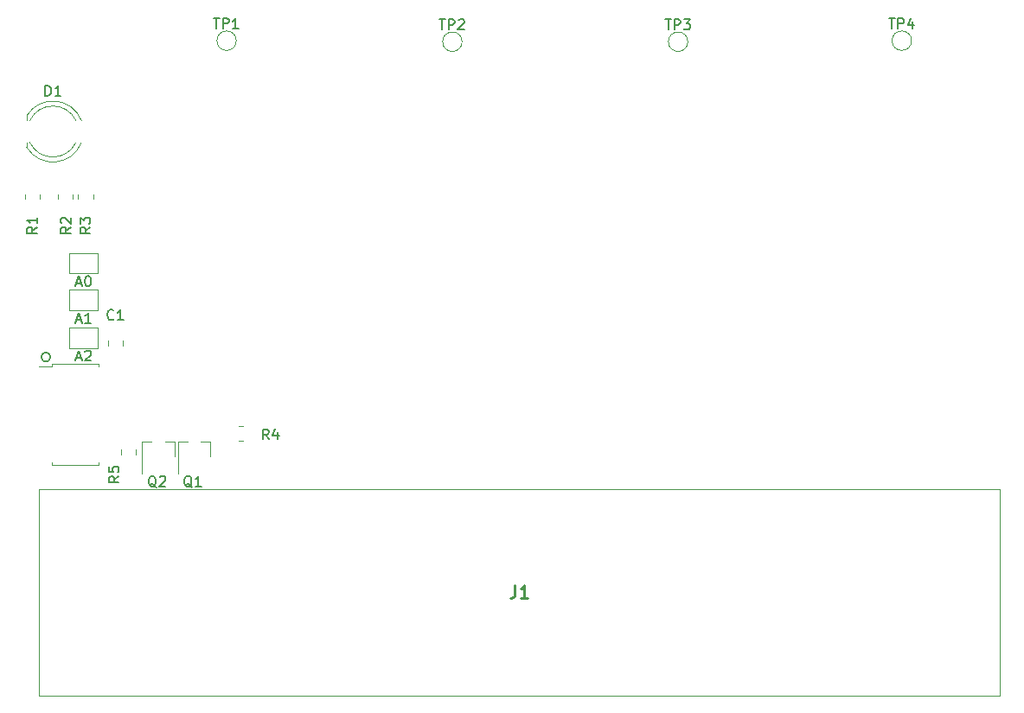
<source format=gbr>
%TF.GenerationSoftware,KiCad,Pcbnew,7.0.7*%
%TF.CreationDate,2024-06-20T17:34:35-04:00*%
%TF.ProjectId,Thruster_Control_Card,54687275-7374-4657-925f-436f6e74726f,rev?*%
%TF.SameCoordinates,Original*%
%TF.FileFunction,Legend,Top*%
%TF.FilePolarity,Positive*%
%FSLAX46Y46*%
G04 Gerber Fmt 4.6, Leading zero omitted, Abs format (unit mm)*
G04 Created by KiCad (PCBNEW 7.0.7) date 2024-06-20 17:34:35*
%MOMM*%
%LPD*%
G01*
G04 APERTURE LIST*
%ADD10C,0.150000*%
%ADD11C,0.254000*%
%ADD12C,0.120000*%
%ADD13C,0.100000*%
G04 APERTURE END LIST*
D10*
X154247214Y-84400000D02*
G75*
G03*
X154247214Y-84400000I-447214J0D01*
G01*
X160954819Y-96066666D02*
X160478628Y-96399999D01*
X160954819Y-96638094D02*
X159954819Y-96638094D01*
X159954819Y-96638094D02*
X159954819Y-96257142D01*
X159954819Y-96257142D02*
X160002438Y-96161904D01*
X160002438Y-96161904D02*
X160050057Y-96114285D01*
X160050057Y-96114285D02*
X160145295Y-96066666D01*
X160145295Y-96066666D02*
X160288152Y-96066666D01*
X160288152Y-96066666D02*
X160383390Y-96114285D01*
X160383390Y-96114285D02*
X160431009Y-96161904D01*
X160431009Y-96161904D02*
X160478628Y-96257142D01*
X160478628Y-96257142D02*
X160478628Y-96638094D01*
X159954819Y-95161904D02*
X159954819Y-95638094D01*
X159954819Y-95638094D02*
X160431009Y-95685713D01*
X160431009Y-95685713D02*
X160383390Y-95638094D01*
X160383390Y-95638094D02*
X160335771Y-95542856D01*
X160335771Y-95542856D02*
X160335771Y-95304761D01*
X160335771Y-95304761D02*
X160383390Y-95209523D01*
X160383390Y-95209523D02*
X160431009Y-95161904D01*
X160431009Y-95161904D02*
X160526247Y-95114285D01*
X160526247Y-95114285D02*
X160764342Y-95114285D01*
X160764342Y-95114285D02*
X160859580Y-95161904D01*
X160859580Y-95161904D02*
X160907200Y-95209523D01*
X160907200Y-95209523D02*
X160954819Y-95304761D01*
X160954819Y-95304761D02*
X160954819Y-95542856D01*
X160954819Y-95542856D02*
X160907200Y-95638094D01*
X160907200Y-95638094D02*
X160859580Y-95685713D01*
X164604761Y-97150057D02*
X164509523Y-97102438D01*
X164509523Y-97102438D02*
X164414285Y-97007200D01*
X164414285Y-97007200D02*
X164271428Y-96864342D01*
X164271428Y-96864342D02*
X164176190Y-96816723D01*
X164176190Y-96816723D02*
X164080952Y-96816723D01*
X164128571Y-97054819D02*
X164033333Y-97007200D01*
X164033333Y-97007200D02*
X163938095Y-96911961D01*
X163938095Y-96911961D02*
X163890476Y-96721485D01*
X163890476Y-96721485D02*
X163890476Y-96388152D01*
X163890476Y-96388152D02*
X163938095Y-96197676D01*
X163938095Y-96197676D02*
X164033333Y-96102438D01*
X164033333Y-96102438D02*
X164128571Y-96054819D01*
X164128571Y-96054819D02*
X164319047Y-96054819D01*
X164319047Y-96054819D02*
X164414285Y-96102438D01*
X164414285Y-96102438D02*
X164509523Y-96197676D01*
X164509523Y-96197676D02*
X164557142Y-96388152D01*
X164557142Y-96388152D02*
X164557142Y-96721485D01*
X164557142Y-96721485D02*
X164509523Y-96911961D01*
X164509523Y-96911961D02*
X164414285Y-97007200D01*
X164414285Y-97007200D02*
X164319047Y-97054819D01*
X164319047Y-97054819D02*
X164128571Y-97054819D01*
X164938095Y-96150057D02*
X164985714Y-96102438D01*
X164985714Y-96102438D02*
X165080952Y-96054819D01*
X165080952Y-96054819D02*
X165319047Y-96054819D01*
X165319047Y-96054819D02*
X165414285Y-96102438D01*
X165414285Y-96102438D02*
X165461904Y-96150057D01*
X165461904Y-96150057D02*
X165509523Y-96245295D01*
X165509523Y-96245295D02*
X165509523Y-96340533D01*
X165509523Y-96340533D02*
X165461904Y-96483390D01*
X165461904Y-96483390D02*
X164890476Y-97054819D01*
X164890476Y-97054819D02*
X165509523Y-97054819D01*
X156785714Y-84469104D02*
X157261904Y-84469104D01*
X156690476Y-84754819D02*
X157023809Y-83754819D01*
X157023809Y-83754819D02*
X157357142Y-84754819D01*
X157642857Y-83850057D02*
X157690476Y-83802438D01*
X157690476Y-83802438D02*
X157785714Y-83754819D01*
X157785714Y-83754819D02*
X158023809Y-83754819D01*
X158023809Y-83754819D02*
X158119047Y-83802438D01*
X158119047Y-83802438D02*
X158166666Y-83850057D01*
X158166666Y-83850057D02*
X158214285Y-83945295D01*
X158214285Y-83945295D02*
X158214285Y-84040533D01*
X158214285Y-84040533D02*
X158166666Y-84183390D01*
X158166666Y-84183390D02*
X157595238Y-84754819D01*
X157595238Y-84754819D02*
X158214285Y-84754819D01*
D11*
X199728667Y-106751318D02*
X199728667Y-107658461D01*
X199728667Y-107658461D02*
X199668190Y-107839889D01*
X199668190Y-107839889D02*
X199547238Y-107960842D01*
X199547238Y-107960842D02*
X199365809Y-108021318D01*
X199365809Y-108021318D02*
X199244857Y-108021318D01*
X200998667Y-108021318D02*
X200272952Y-108021318D01*
X200635809Y-108021318D02*
X200635809Y-106751318D01*
X200635809Y-106751318D02*
X200514857Y-106932746D01*
X200514857Y-106932746D02*
X200393905Y-107053699D01*
X200393905Y-107053699D02*
X200272952Y-107114175D01*
D10*
X156785714Y-80769104D02*
X157261904Y-80769104D01*
X156690476Y-81054819D02*
X157023809Y-80054819D01*
X157023809Y-80054819D02*
X157357142Y-81054819D01*
X158214285Y-81054819D02*
X157642857Y-81054819D01*
X157928571Y-81054819D02*
X157928571Y-80054819D01*
X157928571Y-80054819D02*
X157833333Y-80197676D01*
X157833333Y-80197676D02*
X157738095Y-80292914D01*
X157738095Y-80292914D02*
X157642857Y-80340533D01*
X168104761Y-97150057D02*
X168009523Y-97102438D01*
X168009523Y-97102438D02*
X167914285Y-97007200D01*
X167914285Y-97007200D02*
X167771428Y-96864342D01*
X167771428Y-96864342D02*
X167676190Y-96816723D01*
X167676190Y-96816723D02*
X167580952Y-96816723D01*
X167628571Y-97054819D02*
X167533333Y-97007200D01*
X167533333Y-97007200D02*
X167438095Y-96911961D01*
X167438095Y-96911961D02*
X167390476Y-96721485D01*
X167390476Y-96721485D02*
X167390476Y-96388152D01*
X167390476Y-96388152D02*
X167438095Y-96197676D01*
X167438095Y-96197676D02*
X167533333Y-96102438D01*
X167533333Y-96102438D02*
X167628571Y-96054819D01*
X167628571Y-96054819D02*
X167819047Y-96054819D01*
X167819047Y-96054819D02*
X167914285Y-96102438D01*
X167914285Y-96102438D02*
X168009523Y-96197676D01*
X168009523Y-96197676D02*
X168057142Y-96388152D01*
X168057142Y-96388152D02*
X168057142Y-96721485D01*
X168057142Y-96721485D02*
X168009523Y-96911961D01*
X168009523Y-96911961D02*
X167914285Y-97007200D01*
X167914285Y-97007200D02*
X167819047Y-97054819D01*
X167819047Y-97054819D02*
X167628571Y-97054819D01*
X169009523Y-97054819D02*
X168438095Y-97054819D01*
X168723809Y-97054819D02*
X168723809Y-96054819D01*
X168723809Y-96054819D02*
X168628571Y-96197676D01*
X168628571Y-96197676D02*
X168533333Y-96292914D01*
X168533333Y-96292914D02*
X168438095Y-96340533D01*
X156254819Y-71666666D02*
X155778628Y-71999999D01*
X156254819Y-72238094D02*
X155254819Y-72238094D01*
X155254819Y-72238094D02*
X155254819Y-71857142D01*
X155254819Y-71857142D02*
X155302438Y-71761904D01*
X155302438Y-71761904D02*
X155350057Y-71714285D01*
X155350057Y-71714285D02*
X155445295Y-71666666D01*
X155445295Y-71666666D02*
X155588152Y-71666666D01*
X155588152Y-71666666D02*
X155683390Y-71714285D01*
X155683390Y-71714285D02*
X155731009Y-71761904D01*
X155731009Y-71761904D02*
X155778628Y-71857142D01*
X155778628Y-71857142D02*
X155778628Y-72238094D01*
X155350057Y-71285713D02*
X155302438Y-71238094D01*
X155302438Y-71238094D02*
X155254819Y-71142856D01*
X155254819Y-71142856D02*
X155254819Y-70904761D01*
X155254819Y-70904761D02*
X155302438Y-70809523D01*
X155302438Y-70809523D02*
X155350057Y-70761904D01*
X155350057Y-70761904D02*
X155445295Y-70714285D01*
X155445295Y-70714285D02*
X155540533Y-70714285D01*
X155540533Y-70714285D02*
X155683390Y-70761904D01*
X155683390Y-70761904D02*
X156254819Y-71333332D01*
X156254819Y-71333332D02*
X156254819Y-70714285D01*
X192338095Y-51306819D02*
X192909523Y-51306819D01*
X192623809Y-52306819D02*
X192623809Y-51306819D01*
X193242857Y-52306819D02*
X193242857Y-51306819D01*
X193242857Y-51306819D02*
X193623809Y-51306819D01*
X193623809Y-51306819D02*
X193719047Y-51354438D01*
X193719047Y-51354438D02*
X193766666Y-51402057D01*
X193766666Y-51402057D02*
X193814285Y-51497295D01*
X193814285Y-51497295D02*
X193814285Y-51640152D01*
X193814285Y-51640152D02*
X193766666Y-51735390D01*
X193766666Y-51735390D02*
X193719047Y-51783009D01*
X193719047Y-51783009D02*
X193623809Y-51830628D01*
X193623809Y-51830628D02*
X193242857Y-51830628D01*
X194195238Y-51402057D02*
X194242857Y-51354438D01*
X194242857Y-51354438D02*
X194338095Y-51306819D01*
X194338095Y-51306819D02*
X194576190Y-51306819D01*
X194576190Y-51306819D02*
X194671428Y-51354438D01*
X194671428Y-51354438D02*
X194719047Y-51402057D01*
X194719047Y-51402057D02*
X194766666Y-51497295D01*
X194766666Y-51497295D02*
X194766666Y-51592533D01*
X194766666Y-51592533D02*
X194719047Y-51735390D01*
X194719047Y-51735390D02*
X194147619Y-52306819D01*
X194147619Y-52306819D02*
X194766666Y-52306819D01*
X236338095Y-51206819D02*
X236909523Y-51206819D01*
X236623809Y-52206819D02*
X236623809Y-51206819D01*
X237242857Y-52206819D02*
X237242857Y-51206819D01*
X237242857Y-51206819D02*
X237623809Y-51206819D01*
X237623809Y-51206819D02*
X237719047Y-51254438D01*
X237719047Y-51254438D02*
X237766666Y-51302057D01*
X237766666Y-51302057D02*
X237814285Y-51397295D01*
X237814285Y-51397295D02*
X237814285Y-51540152D01*
X237814285Y-51540152D02*
X237766666Y-51635390D01*
X237766666Y-51635390D02*
X237719047Y-51683009D01*
X237719047Y-51683009D02*
X237623809Y-51730628D01*
X237623809Y-51730628D02*
X237242857Y-51730628D01*
X238671428Y-51540152D02*
X238671428Y-52206819D01*
X238433333Y-51159200D02*
X238195238Y-51873485D01*
X238195238Y-51873485D02*
X238814285Y-51873485D01*
X170238095Y-51206819D02*
X170809523Y-51206819D01*
X170523809Y-52206819D02*
X170523809Y-51206819D01*
X171142857Y-52206819D02*
X171142857Y-51206819D01*
X171142857Y-51206819D02*
X171523809Y-51206819D01*
X171523809Y-51206819D02*
X171619047Y-51254438D01*
X171619047Y-51254438D02*
X171666666Y-51302057D01*
X171666666Y-51302057D02*
X171714285Y-51397295D01*
X171714285Y-51397295D02*
X171714285Y-51540152D01*
X171714285Y-51540152D02*
X171666666Y-51635390D01*
X171666666Y-51635390D02*
X171619047Y-51683009D01*
X171619047Y-51683009D02*
X171523809Y-51730628D01*
X171523809Y-51730628D02*
X171142857Y-51730628D01*
X172666666Y-52206819D02*
X172095238Y-52206819D01*
X172380952Y-52206819D02*
X172380952Y-51206819D01*
X172380952Y-51206819D02*
X172285714Y-51349676D01*
X172285714Y-51349676D02*
X172190476Y-51444914D01*
X172190476Y-51444914D02*
X172095238Y-51492533D01*
X158154819Y-71666666D02*
X157678628Y-71999999D01*
X158154819Y-72238094D02*
X157154819Y-72238094D01*
X157154819Y-72238094D02*
X157154819Y-71857142D01*
X157154819Y-71857142D02*
X157202438Y-71761904D01*
X157202438Y-71761904D02*
X157250057Y-71714285D01*
X157250057Y-71714285D02*
X157345295Y-71666666D01*
X157345295Y-71666666D02*
X157488152Y-71666666D01*
X157488152Y-71666666D02*
X157583390Y-71714285D01*
X157583390Y-71714285D02*
X157631009Y-71761904D01*
X157631009Y-71761904D02*
X157678628Y-71857142D01*
X157678628Y-71857142D02*
X157678628Y-72238094D01*
X157154819Y-71333332D02*
X157154819Y-70714285D01*
X157154819Y-70714285D02*
X157535771Y-71047618D01*
X157535771Y-71047618D02*
X157535771Y-70904761D01*
X157535771Y-70904761D02*
X157583390Y-70809523D01*
X157583390Y-70809523D02*
X157631009Y-70761904D01*
X157631009Y-70761904D02*
X157726247Y-70714285D01*
X157726247Y-70714285D02*
X157964342Y-70714285D01*
X157964342Y-70714285D02*
X158059580Y-70761904D01*
X158059580Y-70761904D02*
X158107200Y-70809523D01*
X158107200Y-70809523D02*
X158154819Y-70904761D01*
X158154819Y-70904761D02*
X158154819Y-71190475D01*
X158154819Y-71190475D02*
X158107200Y-71285713D01*
X158107200Y-71285713D02*
X158059580Y-71333332D01*
X153756905Y-58794819D02*
X153756905Y-57794819D01*
X153756905Y-57794819D02*
X153995000Y-57794819D01*
X153995000Y-57794819D02*
X154137857Y-57842438D01*
X154137857Y-57842438D02*
X154233095Y-57937676D01*
X154233095Y-57937676D02*
X154280714Y-58032914D01*
X154280714Y-58032914D02*
X154328333Y-58223390D01*
X154328333Y-58223390D02*
X154328333Y-58366247D01*
X154328333Y-58366247D02*
X154280714Y-58556723D01*
X154280714Y-58556723D02*
X154233095Y-58651961D01*
X154233095Y-58651961D02*
X154137857Y-58747200D01*
X154137857Y-58747200D02*
X153995000Y-58794819D01*
X153995000Y-58794819D02*
X153756905Y-58794819D01*
X155280714Y-58794819D02*
X154709286Y-58794819D01*
X154995000Y-58794819D02*
X154995000Y-57794819D01*
X154995000Y-57794819D02*
X154899762Y-57937676D01*
X154899762Y-57937676D02*
X154804524Y-58032914D01*
X154804524Y-58032914D02*
X154709286Y-58080533D01*
X152954819Y-71666666D02*
X152478628Y-71999999D01*
X152954819Y-72238094D02*
X151954819Y-72238094D01*
X151954819Y-72238094D02*
X151954819Y-71857142D01*
X151954819Y-71857142D02*
X152002438Y-71761904D01*
X152002438Y-71761904D02*
X152050057Y-71714285D01*
X152050057Y-71714285D02*
X152145295Y-71666666D01*
X152145295Y-71666666D02*
X152288152Y-71666666D01*
X152288152Y-71666666D02*
X152383390Y-71714285D01*
X152383390Y-71714285D02*
X152431009Y-71761904D01*
X152431009Y-71761904D02*
X152478628Y-71857142D01*
X152478628Y-71857142D02*
X152478628Y-72238094D01*
X152954819Y-70714285D02*
X152954819Y-71285713D01*
X152954819Y-70999999D02*
X151954819Y-70999999D01*
X151954819Y-70999999D02*
X152097676Y-71095237D01*
X152097676Y-71095237D02*
X152192914Y-71190475D01*
X152192914Y-71190475D02*
X152240533Y-71285713D01*
X214438095Y-51306819D02*
X215009523Y-51306819D01*
X214723809Y-52306819D02*
X214723809Y-51306819D01*
X215342857Y-52306819D02*
X215342857Y-51306819D01*
X215342857Y-51306819D02*
X215723809Y-51306819D01*
X215723809Y-51306819D02*
X215819047Y-51354438D01*
X215819047Y-51354438D02*
X215866666Y-51402057D01*
X215866666Y-51402057D02*
X215914285Y-51497295D01*
X215914285Y-51497295D02*
X215914285Y-51640152D01*
X215914285Y-51640152D02*
X215866666Y-51735390D01*
X215866666Y-51735390D02*
X215819047Y-51783009D01*
X215819047Y-51783009D02*
X215723809Y-51830628D01*
X215723809Y-51830628D02*
X215342857Y-51830628D01*
X216247619Y-51306819D02*
X216866666Y-51306819D01*
X216866666Y-51306819D02*
X216533333Y-51687771D01*
X216533333Y-51687771D02*
X216676190Y-51687771D01*
X216676190Y-51687771D02*
X216771428Y-51735390D01*
X216771428Y-51735390D02*
X216819047Y-51783009D01*
X216819047Y-51783009D02*
X216866666Y-51878247D01*
X216866666Y-51878247D02*
X216866666Y-52116342D01*
X216866666Y-52116342D02*
X216819047Y-52211580D01*
X216819047Y-52211580D02*
X216771428Y-52259200D01*
X216771428Y-52259200D02*
X216676190Y-52306819D01*
X216676190Y-52306819D02*
X216390476Y-52306819D01*
X216390476Y-52306819D02*
X216295238Y-52259200D01*
X216295238Y-52259200D02*
X216247619Y-52211580D01*
X160433333Y-80659580D02*
X160385714Y-80707200D01*
X160385714Y-80707200D02*
X160242857Y-80754819D01*
X160242857Y-80754819D02*
X160147619Y-80754819D01*
X160147619Y-80754819D02*
X160004762Y-80707200D01*
X160004762Y-80707200D02*
X159909524Y-80611961D01*
X159909524Y-80611961D02*
X159861905Y-80516723D01*
X159861905Y-80516723D02*
X159814286Y-80326247D01*
X159814286Y-80326247D02*
X159814286Y-80183390D01*
X159814286Y-80183390D02*
X159861905Y-79992914D01*
X159861905Y-79992914D02*
X159909524Y-79897676D01*
X159909524Y-79897676D02*
X160004762Y-79802438D01*
X160004762Y-79802438D02*
X160147619Y-79754819D01*
X160147619Y-79754819D02*
X160242857Y-79754819D01*
X160242857Y-79754819D02*
X160385714Y-79802438D01*
X160385714Y-79802438D02*
X160433333Y-79850057D01*
X161385714Y-80754819D02*
X160814286Y-80754819D01*
X161100000Y-80754819D02*
X161100000Y-79754819D01*
X161100000Y-79754819D02*
X161004762Y-79897676D01*
X161004762Y-79897676D02*
X160909524Y-79992914D01*
X160909524Y-79992914D02*
X160814286Y-80040533D01*
X156785714Y-77169104D02*
X157261904Y-77169104D01*
X156690476Y-77454819D02*
X157023809Y-76454819D01*
X157023809Y-76454819D02*
X157357142Y-77454819D01*
X157880952Y-76454819D02*
X157976190Y-76454819D01*
X157976190Y-76454819D02*
X158071428Y-76502438D01*
X158071428Y-76502438D02*
X158119047Y-76550057D01*
X158119047Y-76550057D02*
X158166666Y-76645295D01*
X158166666Y-76645295D02*
X158214285Y-76835771D01*
X158214285Y-76835771D02*
X158214285Y-77073866D01*
X158214285Y-77073866D02*
X158166666Y-77264342D01*
X158166666Y-77264342D02*
X158119047Y-77359580D01*
X158119047Y-77359580D02*
X158071428Y-77407200D01*
X158071428Y-77407200D02*
X157976190Y-77454819D01*
X157976190Y-77454819D02*
X157880952Y-77454819D01*
X157880952Y-77454819D02*
X157785714Y-77407200D01*
X157785714Y-77407200D02*
X157738095Y-77359580D01*
X157738095Y-77359580D02*
X157690476Y-77264342D01*
X157690476Y-77264342D02*
X157642857Y-77073866D01*
X157642857Y-77073866D02*
X157642857Y-76835771D01*
X157642857Y-76835771D02*
X157690476Y-76645295D01*
X157690476Y-76645295D02*
X157738095Y-76550057D01*
X157738095Y-76550057D02*
X157785714Y-76502438D01*
X157785714Y-76502438D02*
X157880952Y-76454819D01*
X175633333Y-92454819D02*
X175300000Y-91978628D01*
X175061905Y-92454819D02*
X175061905Y-91454819D01*
X175061905Y-91454819D02*
X175442857Y-91454819D01*
X175442857Y-91454819D02*
X175538095Y-91502438D01*
X175538095Y-91502438D02*
X175585714Y-91550057D01*
X175585714Y-91550057D02*
X175633333Y-91645295D01*
X175633333Y-91645295D02*
X175633333Y-91788152D01*
X175633333Y-91788152D02*
X175585714Y-91883390D01*
X175585714Y-91883390D02*
X175538095Y-91931009D01*
X175538095Y-91931009D02*
X175442857Y-91978628D01*
X175442857Y-91978628D02*
X175061905Y-91978628D01*
X176490476Y-91788152D02*
X176490476Y-92454819D01*
X176252381Y-91407200D02*
X176014286Y-92121485D01*
X176014286Y-92121485D02*
X176633333Y-92121485D01*
D12*
%TO.C,R5*%
X161165000Y-93927064D02*
X161165000Y-93472936D01*
X162635000Y-93927064D02*
X162635000Y-93472936D01*
%TO.C,I2C_PWM_DRIVER1*%
X154390000Y-85040000D02*
X154390000Y-85315000D01*
X154390000Y-85315000D02*
X153100000Y-85315000D01*
X154390000Y-94960000D02*
X154390000Y-94685000D01*
X156700000Y-85040000D02*
X154390000Y-85040000D01*
X156700000Y-85040000D02*
X159010000Y-85040000D01*
X156700000Y-94960000D02*
X154390000Y-94960000D01*
X156700000Y-94960000D02*
X159010000Y-94960000D01*
X159010000Y-85040000D02*
X159010000Y-85315000D01*
X159010000Y-94960000D02*
X159010000Y-94685000D01*
%TO.C,Q2*%
X163220000Y-92640000D02*
X163220000Y-95800000D01*
X163220000Y-92640000D02*
X164150000Y-92640000D01*
X166380000Y-92640000D02*
X166380000Y-94100000D01*
X166380000Y-92640000D02*
X165450000Y-92640000D01*
%TO.C,A2*%
X158900000Y-83500000D02*
X156100000Y-83500000D01*
X158900000Y-81500000D02*
X158900000Y-83500000D01*
X156100000Y-83500000D02*
X156100000Y-81500000D01*
X156100000Y-81500000D02*
X158900000Y-81500000D01*
D13*
%TO.C,J1*%
X153152000Y-97342000D02*
X247152000Y-97342000D01*
X153152000Y-117552000D02*
X153152000Y-97342000D01*
X247152000Y-97342000D02*
X247152000Y-117552000D01*
X247152000Y-117552000D02*
X153152000Y-117552000D01*
D12*
%TO.C,A1*%
X158900000Y-79800000D02*
X156100000Y-79800000D01*
X158900000Y-77800000D02*
X158900000Y-79800000D01*
X156100000Y-79800000D02*
X156100000Y-77800000D01*
X156100000Y-77800000D02*
X158900000Y-77800000D01*
%TO.C,Q1*%
X166720000Y-92640000D02*
X166720000Y-95800000D01*
X166720000Y-92640000D02*
X167650000Y-92640000D01*
X169880000Y-92640000D02*
X169880000Y-94100000D01*
X169880000Y-92640000D02*
X168950000Y-92640000D01*
%TO.C,R2*%
X156435000Y-68472936D02*
X156435000Y-68927064D01*
X154965000Y-68472936D02*
X154965000Y-68927064D01*
%TO.C,TP2*%
X194550000Y-53500000D02*
G75*
G03*
X194550000Y-53500000I-950000J0D01*
G01*
%TO.C,TP4*%
X238550000Y-53400000D02*
G75*
G03*
X238550000Y-53400000I-950000J0D01*
G01*
%TO.C,TP1*%
X172450000Y-53400000D02*
G75*
G03*
X172450000Y-53400000I-950000J0D01*
G01*
%TO.C,R3*%
X158435000Y-68472936D02*
X158435000Y-68927064D01*
X156965000Y-68472936D02*
X156965000Y-68927064D01*
%TO.C,D1*%
X151935000Y-60755000D02*
X151935000Y-61220000D01*
X151935000Y-63380000D02*
X151935000Y-63845000D01*
X157282814Y-61219173D02*
G75*
G03*
X151935001Y-60755170I-2787814J-1080827D01*
G01*
X156749478Y-61219572D02*
G75*
G03*
X152240317Y-61220000I-2254478J-1080428D01*
G01*
X152240316Y-63380000D02*
G75*
G03*
X156749479Y-63380429I2254684J1080000D01*
G01*
X151935001Y-63844830D02*
G75*
G03*
X157282814Y-63380827I2559999J1544830D01*
G01*
%TO.C,R1*%
X153235000Y-68472936D02*
X153235000Y-68927064D01*
X151765000Y-68472936D02*
X151765000Y-68927064D01*
%TO.C,TP3*%
X216650000Y-53500000D02*
G75*
G03*
X216650000Y-53500000I-950000J0D01*
G01*
%TO.C,C1*%
X159865000Y-83261252D02*
X159865000Y-82738748D01*
X161335000Y-83261252D02*
X161335000Y-82738748D01*
%TO.C,A0*%
X158900000Y-76200000D02*
X156100000Y-76200000D01*
X158900000Y-74200000D02*
X158900000Y-76200000D01*
X156100000Y-76200000D02*
X156100000Y-74200000D01*
X156100000Y-74200000D02*
X158900000Y-74200000D01*
%TO.C,R4*%
X172672936Y-91165000D02*
X173127064Y-91165000D01*
X172672936Y-92635000D02*
X173127064Y-92635000D01*
%TD*%
M02*

</source>
